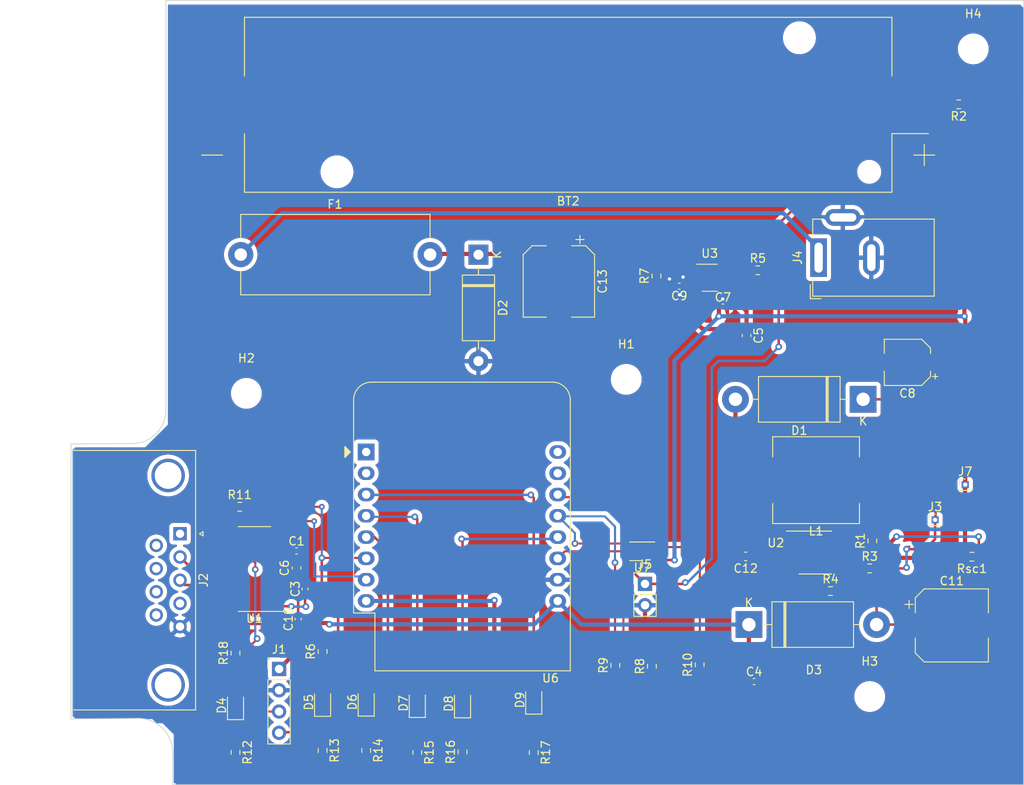
<source format=kicad_pcb>
(kicad_pcb (version 20221018) (generator pcbnew)
  (layers (0 "F.Cu" signal) (31 "B.Cu" signal) (34 "B.Paste" user) (35 "F.Paste" user) (36 "B.SilkS" user "B.Silkscreen") (37 "F.SilkS" user "F.Silkscreen") (38 "B.Mask" user) (39 "F.Mask" user) (44 "Edge.Cuts" user))
  (net 0 "")
  (net 1 "Net-(BT2-+)")
  (net 2 "GND")
  (net 3 "Net-(U1-VS-)")
  (net 4 "Net-(U1-C1+)")
  (net 5 "Net-(U1-C1-)")
  (net 6 "/5V")
  (net 7 "/V_DC_in")
  (net 8 "Net-(U1-C2+)")
  (net 9 "Net-(U1-C2-)")
  (net 10 "/V_bat")
  (net 11 "Net-(U1-VS+)")
  (net 12 "Net-(D1-K)")
  (net 13 "Net-(U2-TC)")
  (net 14 "Net-(D1-A)")
  (net 15 "Net-(D4-K)")
  (net 16 "Net-(D4-A)")
  (net 17 "Net-(D5-K)")
  (net 18 "Net-(D5-A)")
  (net 19 "Net-(D6-K)")
  (net 20 "Net-(D6-A)")
  (net 21 "Net-(D7-K)")
  (net 22 "Net-(D7-A)")
  (net 23 "Net-(D8-K)")
  (net 24 "Net-(D8-A)")
  (net 25 "Net-(D9-K)")
  (net 26 "Net-(D9-A)")
  (net 27 "Net-(F1-Pad1)")
  (net 29 "Net-(U1-T1OUT)")
  (net 30 "Net-(U1-R1IN)")
  (net 36 "Net-(U2-Ipk)")
  (net 37 "Net-(U2-DC)")
  (net 38 "Net-(U2-Vfb)")
  (net 39 "Net-(U3-PROG)")
  (net 40 "Net-(U3-ON{slash}OFF)")
  (net 41 "+3.3V")
  (net 42 "Net-(U6-D4)")
  (net 43 "Net-(U6-SDA{slash}D2)")
  (net 44 "Net-(U6-SCL{slash}D1)")
  (net 45 "Net-(U1-R1OUT)")
  (footprint "Capacitor_SMD:C_0603_1608Metric" (layer "F.Cu") (at 164.9 63 -90)
    (fp_text reference "C5")
    (fp_text value "1uF")
  )
  (footprint "LED_SMD:LED_0805_2012Metric" (layer "F.Cu") (at 119.5 106.74 90)
    (fp_text reference "D6")
    (fp_text value "LED")
  )
  (footprint "Resistor_SMD:R_0603_1608Metric" (layer "F.Cu") (at 103.9 112.7505 -90)
    (fp_text reference "R12")
    (fp_text value "470_1%")
  )
  (footprint "Resistor_SMD:R_0603_1608Metric" (layer "F.Cu") (at 139.5 112.774 -90)
    (fp_text reference "R17")
    (fp_text value "470_1%")
  )
  (footprint "Resistor_SMD:R_0603_1608Metric" (layer "F.Cu") (at 154.15 55.887 90)
    (fp_text reference "R7")
    (fp_text value "0R_1%")
  )
  (footprint "Resistor_SMD:R_0603_1608Metric" (layer "F.Cu") (at 125.6 112.76 -90)
    (fp_text reference "R15")
    (fp_text value "470_1%")
  )
  (footprint "Resistor_SMD:R_0603_1608Metric" (layer "F.Cu") (at 149.241 102.363 90)
    (fp_text reference "R9")
    (fp_text value "2,2k")
  )
  (footprint "Package_DFN_QFN:DFN-6-1EP_3x2mm_P0.5mm_EP1.65x1.35mm" (layer "F.Cu") (at 152.445 88.752 180)
    (fp_text reference "U7")
    (fp_text value "LTC2942")
  )
  (footprint "Diode_THT:D_DO-201AD_P15.24mm_Horizontal" (layer "F.Cu") (at 165.18 97.5)
    (fp_text reference "D3")
    (fp_text value "1N5822")
  )
  (footprint "Capacitor_SMD:C_0603_1608Metric" (layer "F.Cu") (at 164.801 89.366 180)
    (fp_text reference "C12")
    (fp_text value "180pF")
  )
  (footprint "Package_SO:SOIC-16_3.9x9.9mm_P1.27mm" (layer "F.Cu") (at 106.172 90.867 180)
    (fp_text reference "U1")
    (fp_text value "MAX232")
  )
  (footprint "Resistor_SMD:R_0603_1608Metric" (layer "F.Cu") (at 103.9 100.9 90)
    (fp_text reference "R18")
    (fp_text value "10k_1%")
  )
  (footprint "Battery:BatteryHolder_Keystone_1042_1x18650" (layer "F.Cu") (at 143.6116 35.4584 180)
    (fp_text reference "BT2")
    (fp_text value "Li_ion_Battery_Cell")
  )
  (footprint "Module:WEMOS_D1_mini_light" (layer "F.Cu") (at 119.5 76.9)
    (fp_text reference "U6")
    (fp_text value "WeMos_D1_mini")
  )
  (footprint "LED_SMD:LED_0805_2012Metric" (layer "F.Cu") (at 131 106.94 90)
    (fp_text reference "D8")
    (fp_text value "LED")
  )
  (footprint "Resistor_SMD:R_0603_1608Metric" (layer "F.Cu") (at 159.3 102.3 90)
    (fp_text reference "R10")
    (fp_text value "2,2k")
  )
  (footprint "Inductor_SMD:L_Vishay_IHLP-4040" (layer "F.Cu") (at 173.2 80.264 180)
    (fp_text reference "L1")
    (fp_text value "7.5uH")
  )
  (footprint "Capacitor_SMD:C_0402_1005Metric" (layer "F.Cu") (at 112.203 93.252 90)
    (fp_text reference "C3")
    (fp_text value "100nF")
  )
  (footprint "LED_SMD:LED_0805_2012Metric" (layer "F.Cu") (at 139.5 106.5025 90)
    (fp_text reference "D9")
    (fp_text value "LED")
  )
  (footprint "Connector_PinHeader_1.00mm:PinHeader_1x01_P1.00mm_Vertical" (layer "F.Cu") (at 187.4 85)
    (fp_text reference "J3")
    (fp_text value "5V5")
  )
  (footprint "Capacitor_SMD:C_0402_1005Metric" (layer "F.Cu") (at 156.87 57.112 180)
    (fp_text reference "C9")
    (fp_text value "100nF")
  )
  (footprint "Resistor_SMD:R_0603_1608Metric" (layer "F.Cu") (at 166.25 55.212)
    (fp_text reference "R5")
    (fp_text value "1k65_1%")
  )
  (footprint "Capacitor_SMD:C_0402_1005Metric" (layer "F.Cu") (at 111.187 88.708)
    (fp_text reference "C1")
    (fp_text value "100nF")
  )
  (footprint "Connector_PinHeader_2.54mm:PinHeader_1x04_P2.54mm_Vertical" (layer "F.Cu") (at 109.1 102.8)
    (fp_text reference "J1")
    (fp_text value "Conn_01x04_Socket")
  )
  (footprint "MountingHole:MountingHole_3.2mm_M3" (layer "F.Cu") (at 191.96 28.79)
    (fp_text reference "H4")
    (fp_text value "MountingHole")
  )
  (footprint "Capacitor_SMD:C_0402_1005Metric" (layer "F.Cu") (at 162.08 59.6)
    (fp_text reference "C7")
    (fp_text value "100nF")
  )
  (footprint "Resistor_SMD:R_0603_1608Metric" (layer "F.Cu") (at 114.296 112.5285 -90)
    (fp_text reference "R13")
    (fp_text value "470_1%")
  )
  (footprint "Resistor_SMD:R_0603_1608Metric" (layer "F.Cu") (at 153.6 102.475 90)
    (fp_text reference "R8")
    (fp_text value "2,2k")
  )
  (footprint "Diode_THT:D_DO-201AD_P15.24mm_Horizontal" (layer "F.Cu") (at 178.816 70.612 180)
    (fp_text reference "D1")
    (fp_text value "1N5822")
  )
  (footprint "Capacitor_SMD:CP_Elec_8x10" (layer "F.Cu") (at 142.5 56.5425 -90)
    (fp_text reference "C13")
    (fp_text value "4,7uF")
  )
  (footprint "Package_TO_SOT_SMD:SOT-23-5_HandSoldering" (layer "F.Cu") (at 160.5 56.1)
    (fp_text reference "U3")
    (fp_text value "LTC4057ES5-4.2_TRMPBF")
  )
  (footprint "LED_SMD:LED_0805_2012Metric" (layer "F.Cu") (at 114.296 106.765 90)
    (fp_text reference "D5")
    (fp_text value "LED")
  )
  (footprint "Connector_PinHeader_2.54mm:PinHeader_1x02_P2.54mm_Vertical" (layer "F.Cu") (at 152.78 92.645)
    (fp_text reference "J5")
    (fp_text value "Conn_01x02_Pin")
  )
  (footprint "LED_SMD:LED_0805_2012Metric" (layer "F.Cu") (at 103.9 107.1625 90)
    (fp_text reference "D4")
    (fp_text value "LED")
  )
  (footprint "Resistor_SMD:R_0603_1608Metric" (layer "F.Cu") (at 190.225 35.4 180)
    (fp_text reference "R2")
    (fp_text value "100m_1%")
  )
  (footprint "Resistor_SMD:R_0603_1608Metric" (layer "F.Cu") (at 119.5 112.519 -90)
    (fp_text reference "R14")
    (fp_text value "470_1%")
  )
  (footprint "LED_SMD:LED_0805_2012Metric" (layer "F.Cu") (at 125.6 106.9025 90)
    (fp_text reference "D7")
    (fp_text value "LED")
  )
  (footprint "Capacitor_SMD:C_0603_1608Metric" (layer "F.Cu") (at 111.187 90.74 90)
    (fp_text reference "C6")
    (fp_text value "1uF")
  )
  (footprint "Connector_Dsub:DSUB-9_Male_Horizontal_P2.77x2.84mm_EdgePinOffset9.90mm_Housed_MountingHolesOffset11.32mm" (layer "F.Cu") (at 97.279531 86.6632 -90)
    (fp_text reference "J2")
    (fp_text value "DE9_Plug")
  )
  (footprint "Resistor_SMD:R_0603_1608Metric" (layer "F.Cu") (at 179.92 87.5 90)
    (fp_text reference "R1")
    (fp_text value "220_1%")
  )
  (footprint "Resistor_SMD:R_0603_1608Metric" (layer "F.Cu") (at 191.8 89.4 180)
    (fp_text reference "Rsc1")
    (fp_text value "1,18_1%")
  )
  (footprint "Resistor_SMD:R_0603_1608Metric" (layer "F.Cu") (at 179.6 90.8)
    (fp_text reference "R3")
    (fp_text value "47k_1%")
  )
  (footprint "Diode_THT:D_DO-15_P12.70mm_Horizontal" (layer "F.Cu") (at 132.9 53.35 -90)
    (fp_text reference "D2")
    (fp_text value "SA6.0A")
  )
  (footprint "MountingHole:MountingHole_3.2mm_M3" (layer "F.Cu") (at 179.6 106.09)
    (fp_text reference "H3")
    (fp_text value "MountingHole")
  )
  (footprint "MountingHole:MountingHole_3.2mm_M3" (layer "F.Cu") (at 105.2 69.9)
    (fp_text reference "H2")
    (fp_text value "MountingHole")
  )
  (footprint "Package_SO:SOP-8_3.9x4.9mm_P1.27mm" (layer "F.Cu") (at 173.12 88.9)
    (fp_text reference "U2")
    (fp_text value "MC34063AD")
  )
  (footprint "Resistor_SMD:R_0603_1608Metric" (layer "F.Cu") (at 131 112.7035 90)
    (fp_text reference "R16")
    (fp_text value "470_1%")
  )
  (footprint "Capacitor_SMD:CP_Elec_5x5.4" (layer "F.Cu") (at 184.1 66.2 180)
    (fp_text reference "C8")
    (fp_text value "100uF/16V")
  )
  (footprint "MountingHole:MountingHole_3.2mm_M3" (layer "F.Cu") (at 150.54 68.23)
    (fp_text reference "H1")
    (fp_text value "MountingHole")
  )
  (footprint "Resistor_SMD:R_0603_1608Metric" (layer "F.Cu") (at 174.92 93.5)
    (fp_text reference "R4")
    (fp_text value "15k_1%")
  )
  (footprint "Connector_BarrelJack:BarrelJack_GCT_DCJ200-10-A_Horizontal" (layer "F.Cu") (at 173.5 53.7 90)
    (fp_text reference "J4")
    (fp_text value "Barrel_Jack_Switch_Pin3Ring")
  )
  (footprint "Capacitor_SMD:CP_Elec_8x10.5" (layer "F.Cu") (at 189.4 97.6)
    (fp_text reference "C11")
    (fp_text value "220uF/16V")
  )
  (footprint "Capacitor_SMD:C_0402_1005Metric" (layer "F.Cu") (at 165.8 104.3)
    (fp_text reference "C4")
    (fp_text value "100nF")
  )
  (footprint "Resistor_SMD:R_0603_1608Metric" (layer "F.Cu") (at 114.3 100.7125 90)
    (fp_text reference "R6")
    (fp_text value "10k_1%")
  )
  (footprint "Fuse:Fuseholder_Cylinder-5x20mm_Stelvio-Kontek_PTF78_Horizontal_Open" (layer "F.Cu") (at 104.524 53.34)
    (fp_text reference "F1")
    (fp_text value "2A")
  )
  (footprint "Resistor_SMD:R_0603_1608Metric" (layer "F.Cu") (at 104.4 83.44)
    (fp_text reference "R11")
    (fp_text value "5,6K_1%")
  )
  (footprint "Connector_PinHeader_1.00mm:PinHeader_1x01_P1.00mm_Vertical" (layer "F.Cu") (at 191 80.8)
    (fp_text reference "J7")
    (fp_text value "Conn_01x01_Pin")
  )
  (footprint "Capacitor_SMD:C_0402_1005Metric" (layer "F.Cu") (at 111.38 96.84 90)
    (fp_text reference "C10")
    (fp_text value "100nF")
  )
  (gr_line (start 197.98 23) (end 197.97 116.62) (stroke (width 0.1)) (layer "Edge.Cuts"))
  (gr_arc (start 92.33 108.7) (mid 95.221209 109.910004) (end 96.41 112.81) (stroke (width 0.1)) (layer "Edge.Cuts"))
  (gr_line (start 84.275 75.94) (end 84.275 108.76) (stroke (width 0.1)) (layer "Edge.Cuts"))
  (gr_line (start 91.6 75.9) (end 84.275 75.94) (stroke (width 0.1)) (layer "Edge.Cuts"))
  (gr_line (start 197.98 23) (end 95.6 23) (stroke (width 0.1)) (layer "Edge.Cuts"))
  (gr_line (start 96.41 116.62) (end 197.97 116.62) (stroke (width 0.1)) (layer "Edge.Cuts"))
  (gr_line (start 95.6 23) (end 95.6 71.8) (stroke (width 0.1)) (layer "Edge.Cuts"))
  (gr_line (start 96.41 112.81) (end 96.41 116.62) (stroke (width 0.1)) (layer "Edge.Cuts"))
  (gr_arc (start 95.6 71.8) (mid 94.449138 74.678427) (end 91.6 75.9) (stroke (width 0.1)) (layer "Edge.Cuts"))
  (gr_line (start 92.33 108.7) (end 84.275 108.76) (stroke (width 0.1)) (layer "Edge.Cuts"))
  (segment (start 152.78 92.645) (end 157.415 92.645) (width 0.3) (layer "F.Cu") (net 1))
  (segment (start 168.74 64.34) (end 168.74 49.66) (width 0.3) (layer "F.Cu") (net 1))
  (segment (start 157.415 92.645) (end 157.58 92.48) (width 0.3) (layer "F.Cu") (net 1))
  (segment (start 151.0075 90.8725) (end 152.78 92.645) (width 0.3) (layer "F.Cu") (net 1))
  (segment (start 151.0075 89.252) (end 151.0075 90.8725) (width 0.3) (layer "F.Cu") (net 1))
  (segment (start 168.74 49.66) (end 182.9416 35.4584) (width 0.3) (layer "F.Cu") (net 1))
  (segment (start 183 35.4) (end 182.9416 35.4584) (width 0.5) (layer "F.Cu") (net 1))
  (segment (start 189.4 35.4) (end 183 35.4) (width 0.5) (layer "F.Cu") (net 1))
  (via (at 157.58 92.48) (size 0.8) (drill 0.4) (layers "F.Cu" "B.Cu") (net 1))
  (via (at 168.74 64.34) (size 0.8) (drill 0.4) (layers "F.Cu" "B.Cu") (net 1))
  (segment (start 157.58 92.48) (end 157.85 92.48) (width 0.3) (layer "B.Cu") (net 1))
  (segment (start 167.04 66.04) (end 168.74 64.34) (width 0.3) (layer "B.Cu") (net 1))
  (segment (start 161.544 66.04) (end 167.04 66.04) (width 0.3) (layer "B.Cu") (net 1))
  (segment (start 160.75 66.834) (end 161.544 66.04) (width 0.3) (layer "B.Cu") (net 1))
  (segment (start 157.85 92.48) (end 160.75 89.58) (width 0.3) (layer "B.Cu") (net 1))
  (segment (start 160.75 89.58) (end 160.75 66.834) (width 0.3) (layer "B.Cu") (net 1))
  (via (at 156.9 58.13) (size 0.8) (drill 0.4) (layers "F.Cu" "B.Cu") (net 2))
  (via (at 157.32 56.02) (size 0.8) (drill 0.4) (layers "F.Cu" "B.Cu") (net 2))
  (via (at 155.7 56.25) (size 0.8) (drill 0.4) (layers "F.Cu" "B.Cu") (net 2))
  (via (at 162.06 58.63) (size 0.8) (drill 0.4) (layers "F.Cu" "B.Cu") (net 2))
  (segment (start 110.453 88.962) (end 110.707 88.708) (width 0.25) (layer "F.Cu") (net 3))
  (segment (start 108.647 88.962) (end 110.453 88.962) (width 0.25) (layer "F.Cu") (net 3))
  (segment (start 112.203 93.732) (end 112.203 95.263) (width 0.3) (layer "F.Cu") (net 4))
  (segment (start 110.532 95.312) (end 108.647 95.312) (width 0.3) (layer "F.Cu") (net 4))
  (segment (start 112.203 95.263) (end 112.3 95.36) (width 0.3) (layer "F.Cu") (net 4))
  (segment (start 110.56 95.34) (end 110.532 95.312) (width 0.3) (layer "F.Cu") (net 4))
  (via (at 112.3 95.36) (size 0.8) (drill 0.4) (layers "F.Cu" "B.Cu") (net 4))
  (via (at 110.56 95.34) (size 0.8) (drill 0.4) (layers "F.Cu" "B.Cu") (net 4))
  (segment (start 112.3 95.36) (end 110.58 95.36) (width 0.3) (layer "B.Cu") (net 4))
  (segment (start 110.58 95.36) (end 110.56 95.34) (width 0.3) (layer "B.Cu") (net 4))
  (segment (start 108.647 92.772) (end 112.203 92.772) (width 0.25) (layer "F.Cu") (net 5))
  (segment (start 114.95 97.32) (end 115.1 97.47) (width 0.5) (layer "F.Cu") (net 6))
  (segment (start 165.18 104.16) (end 165.32 104.3) (width 0.5) (layer "F.Cu") (net 6))
  (segment (start 105.6 97.32) (end 111.38 97.32) (width 0.5) (layer "F.Cu") (net 6))
  (segment (start 111.38 97.32) (end 111.38 100.52) (width 0.5) (layer "F.Cu") (net 6))
  (segment (start 103.697 95.417) (end 105.6 97.32) (width 0.5) (layer "F.Cu") (net 6))
  (segment (start 165.18 97.5) (end 165.18 104.16) (width 0.5) (layer "F.Cu") (net 6))
  (segment (start 103.697 95.312) (end 103.697 95.417) (width 0.5) (layer "F.Cu") (net 6))
  (segment (start 111.38 97.32) (end 114.95 97.32) (width 0.5) (layer "F.Cu") (net 6))
  (segment (start 111.38 100.52) (end 109.1 102.8) (width 0.5) (layer "F.Cu") (net 6))
  (via (at 115.1 97.47) (size 0.8) (drill 0.4) (layers "F.Cu" "B.Cu") (net 6))
  (segment (start 139.57 97.47) (end 115.1 97.47) (width 0.5) (layer "B.Cu") (net 6))
  (segment (start 165.18 97.5) (end 145.18 97.5) (width 0.5) (layer "B.Cu") (net 6))
  (segment (start 145.18 97.5) (end 142.36 94.68) (width 0.5) (layer "B.Cu") (net 6))
  (segment (start 142.36 94.68) (end 139.57 97.47) (width 0.5) (layer "B.Cu") (net 6))
  (segment (start 159.663 62.225) (end 164.9 62.225) (width 0.5) (layer "F.Cu") (net 7))
  (segment (start 154.15 56.712) (end 159.663 62.225) (width 0.5) (layer "F.Cu") (net 7))
  (segment (start 127.202 53.262) (end 127.124 53.34) (width 0.5) (layer "F.Cu") (net 7))
  (segment (start 150.7 53.262) (end 154.15 56.712) (width 0.5) (layer "F.Cu") (net 7))
  (segment (start 164.9 60.1) (end 164.9 62.225) (width 0.5) (layer "F.Cu") (net 7))
  (segment (start 150.7 53.262) (end 127.202 53.262) (width 0.5) (layer "F.Cu") (net 7))
  (segment (start 161.85 57.05) (end 164.9 60.1) (width 0.5) (layer "F.Cu") (net 7))
  (segment (start 108.647 91.502) (end 111.174 91.502) (width 0.3) (layer "F.Cu") (net 8))
  (segment (start 111.174 91.502) (end 111.187 91.515) (width 0.3) (layer "F.Cu") (net 8))
  (segment (start 108.647 90.232) (end 111.161 90.232) (width 0.3) (layer "F.Cu") (net 9))
  (segment (start 156.3 89.8) (end 154.4305 89.8) (width 0.3) (layer "F.Cu") (net 10))
  (segment (start 190.9 35.55) (end 191.05 35.4) (width 0.5) (layer "F.Cu") (net 10))
  (segment (start 190.84 89.535) (end 190.975 89.4) (width 0.5) (layer "F.Cu") (net 10))
  (segment (start 161.6 59.6) (end 161.6 60.7) (width 0.5) (layer "F.Cu") (net 10))
  (segment (start 191 60.8) (end 191 66.2) (width 0.5) (layer "F.Cu") (net 10))
  (segment (start 190.975 89.4) (end 190.975 80.825) (width 0.5) (layer "F.Cu") (net 10))
  (segment (start 154.4305 89.8) (end 153.8825 89.252) (width 0.3) (layer "F.Cu") (net 10))
  (segment (start 190.9 60.7) (end 190.9 35.55) (width 0.5) (layer "F.Cu") (net 10))
  (segment (start 190.9 60.7) (end 191 60.8) (width 0.5) (layer "F.Cu") (net 10))
  (segment (start 161.6 59.6) (end 159.15 57.15) (width 0.5) (layer "F.Cu") (net 10))
  (segment (start 190.975 80.825) (end 191 80.8) (width 0.5) (layer "F.Cu") (net 10))
  (segment (start 186.3 66.2) (end 191 66.2) (width 0.5) (layer "F.Cu") (net 10))
  (segment (start 175.745 89.535) (end 190.84 89.535) (width 0.5) (layer "F.Cu") (net 10))
  (segment (start 157.412 57.05) (end 157.35 57.112) (width 0.5) (layer "F.Cu") (net 10))
  (segment (start 191 80.8) (end 191 66.2) (width 0.5) (layer "F.Cu") (net 10))
  (segment (start 159.15 57.05) (end 157.412 57.05) (width 0.5) (layer "F.Cu") (net 10))
  (via (at 156.3 89.8) (size 0.8) (drill 0.4) (layers "F.Cu" "B.Cu") (net 10))
  (via (at 161.6 60.7) (size 0.8) (drill 0.4) (layers "F.Cu" "B.Cu") (net 10))
  (via (at 190.9 60.7) (size 0.8) (drill 0.4) (layers "F.Cu" "B.Cu") (net 10))
  (segment (start 156.3 66) (end 161.6 60.7) (width 0.5) (layer "B.Cu") (net 10))
  (segment (start 190.9 60.7) (end 161.6 60.7) (width 0.5) (layer "B.Cu") (net 10))
  (segment (start 156.3 89.8) (end 156.3 66) (width 0.5) (layer "B.Cu") (net 10))
  (segment (start 111.38 94.63) (end 110.792 94.042) (width 0.3) (layer "F.Cu") (net 11))
  (segment (start 110.792 94.042) (end 108.647 94.042) (width 0.3) (layer "F.Cu") (net 11))
  (segment (start 111.38 96.36) (end 111.38 94.63) (width 0.3) (layer "F.Cu") (net 11))
  (segment (start 180.425 97.495) (end 180.42 97.5) (width 0.3) (layer "F.Cu") (net 12))
  (segment (start 187.4 85) (end 187.4 87.3) (width 0.3) (layer "F.Cu") (net 12))
  (segment (start 187.452 84.948) (end 187.452 72.644) (width 0.3) (layer "F.Cu") (net 12))
  (segment (start 183.9 90.8) (end 180.425 90.8) (width 0.3) (layer "F.Cu") (net 12))
  (segment (start 180.42 97.5) (end 185.6 97.5) (width 0.3) (layer "F.Cu") (net 12))
  (segment (start 185.42 70.612) (end 178.816 70.612) (width 0.3) (layer "F.Cu") (net 12))
  (segment (start 187.4 85) (end 187.452 84.948) (width 0.3) (layer "F.Cu") (net 12))
  (segment (start 186.2 88.5) (end 184 88.5) (width 0.3) (layer "F.Cu") (net 12))
  (segment (start 187.452 72.644) (end 185.42 70.612) (width 0.3) (layer "F.Cu") (net 12))
  (segment (start 184.3 88.2) (end 184 88.5) (width 0.3) (layer "F.Cu") (net 12))
  (segment (start 187.4 87.3) (end 186.2 88.5) (width 0.3) (layer "F.Cu") (net 12))
  (segment (start 185.6 97.5) (end 185.7 97.6) (width 0.3) (layer "F.Cu") (net 12))
  (segment (start 184 90.7) (end 183.9 90.8) (width 0.3) (layer "F.Cu") (net 12))
  (segment (start 180.425 90.8) (end 180.425 97.495) (width 0.3) (layer "F.Cu") (net 12))
  (via (at 184 88.5) (size 0.8) (drill 0.4) (layers "F.Cu" "B.Cu") (net 12))
  (via (at 184 90.7) (size 0.8) (drill 0.4) (layers "F.Cu" "B.Cu") (net 12))
  (segment (start 184 88.5) (end 184 90.7) (width 0.3) (layer "B.Cu") (net 12))
  (segment (start 170.495 89.535) (end 165.745 89.535) (width 0.25) (layer "F.Cu") (net 13))
  (segment (start 165.745 89.535) (end 165.576 89.366) (width 0.25) (layer "F.Cu") (net 13))
  (segment (start 170.495 86.995) (end 170.495 82.0665) (width 0.5) (layer "F.Cu") (net 14))
  (segment (start 163.576 70.612) (end 163.576 75.1475) (width 0.5) (layer "F.Cu") (net 14))
  (segment (start 163.576 75.1475) (end 168.6925 80.264) (width 0.5) (layer "F.Cu") (net 14))
  (segment (start 170.495 82.0665) (end 168.6925 80.264) (width 0.5) (layer "F.Cu") (net 14))
  (segment (start 103.9 108.1) (end 103.9 111.9255) (width 0.25) (layer "F.Cu") (net 15))
  (segment (start 106.49 99.18) (end 106.49 99.2225) (width 0.25) (layer "F.Cu") (net 16))
  (segment (start 103.9 101.8125) (end 103.9 106.225) (width 0.25) (layer "F.Cu") (net 16))
  (segment (start 105.062 88.962) (end 103.697 88.962) (width 0.25) (layer "F.Cu") (net 16))
  (segment (start 102.032 88.962) (end 103.697 88.962) (width 0.25) (layer "F.Cu") (net 16))
  (segment (start 105.555 107.88) (end 109.1 107.88) (width 0.25) (layer "F.Cu") (net 16))
  (segment (start 103.9 106.225) (end 105.555 107.88) (width 0.25) (layer "F.Cu") (net 16))
  (segment (start 106.26 90.16) (end 105.062 88.962) (width 0.25) (layer "F.Cu") (net 16))
  (segment (start 101.854 85.152) (end 101.854 88.784) (width 0.25) (layer "F.Cu") (net 16))
  (segment (start 113.284 85.152) (end 101.854 85.152) (width 0.25) (layer "F.Cu") (net 16))
  (segment (start 101.854 88.784) (end 102.032 88.962) (width 0.25) (layer "F.Cu") (net 16))
  (segment (start 106.26 90.16) (end 106.26 90.92) (width 0.25) (layer "F.Cu") (net 16))
  (segment (start 106.49 99.2225) (end 103.9 101.8125) (width 0.25) (layer "F.Cu") (net 16))
  (via (at 106.26 90.92) (size 0.8) (drill 0.4) (layers "F.Cu" "B.Cu") (net 16))
  (via (at 113.284 85.152) (size 0.7) (drill 0.3) (layers "F.Cu" "B.Cu") (net 16))
  (via (at 106.49 99.18) (size 0.8) (drill 0.4) (layers "F.Cu" "B.Cu") (net 16))
  (segment (start 113.284 91.756) (end 119.116 91.756) (width 0.25) (layer "B.Cu") (net 16))
  (segment (start 106.26 90.92) (end 106.26 98.95) (width 0.25) (layer "B.Cu") (net 16))
  (segment (start 106.26 98.95) (end 106.49 99.18) (width 0.25) (layer "B.Cu") (net 16))
  (segment (start 119.116 91.756) (end 119.5 92.14) (width 0.25) (layer "B.Cu") (net 16))
  (segment (start 113.284 85.152) (end 113.284 91.756) (width 0.25) (layer "B.Cu") (net 16))
  (segment (start 114.296 107.7025) (end 114.296 111.7035) (width 0.25) (layer "F.Cu") (net 17))
  (segment (start 114.3 101.625) (end 114.3 105.8235) (width 0.3) (layer "F.Cu") (net 18))
  (segment (start 116.15 96.21) (end 114.2 94.26) (width 0.3) (layer "F.Cu") (net 18))
  (segment (start 116.15 99.775) (end 116.15 96.21) (width 0.3) (layer "F.Cu") (net 18))
  (segment (start 114.3 105.8235) (end 114.296 105.8275) (width 0.3) (layer "F.Cu") (net 18))
  (segment (start 112.25 108.96) (end 110.86 110.35) (width 0.3) (layer "F.Cu") (net 18))
  (segment (start 114.2 94.26) (end 114.2 89.54) (width 0.3) (layer "F.Cu") (net 18))
  (segment (start 114.2 83.44) (end 105.225 83.44) (width 0.25) (layer "F.Cu") (net 18))
  (segment (start 114.2 89.54) (end 119.44 89.54) (width 0.25) (layer "F.Cu") (net 18))
  (segment (start 119.44 89.54) (end 119.5 89.6) (width 0.25) (layer "F.Cu") (net 18))
  (segment (start 112.25 107.8735) (end 114.296 105.8275) (width 0.3) (layer "F.Cu") (net 18))
  (segment (start 109.17 110.35) (end 109.1 110.42) (width 0.3) (layer "F.Cu") (net 18))
  (segment (start 112.25 107.8735) (end 112.25 108.96) (width 0.3) (layer "F.Cu") (net 18))
  (segment (start 114.3 101.625) (end 116.15 99.775) (width 0.3) (layer "F.Cu") (net 18))
  (segment (start 110.86 110.35) (end 109.17 110.35) (width 0.3) (layer "F.Cu") (net 18))
  (via (at 114.2 83.44) (size 0.7) (drill 0.3) (layers "F.Cu" "B.Cu") (net 18))
  (via (at 114.2 89.54) (size 0.8) (drill 0.4) (layers "F.Cu" "B.Cu") (net 18))
  (segment (start 114.2 89.54) (end 114.2 83.44) (width 0.25) (layer "B.Cu") (net 18))
  (segment (start 119.5 107.6775) (end 119.5 111.694) (width 0.25) (layer "F.Cu") (net 19))
  (segment (start 122.09 103.2125) (end 122.09 88.66) (width 0.3) (layer "F.Cu") (net 20))
  (segment (start 122.09 88.66) (end 120.49 87.06) (width 0.3) (layer "F.Cu") (net 20))
  (segment (start 120.49 87.06) (end 119.5 87.06) (width 0.3) (layer "F.Cu") (net 20))
  (segment (start 119.5 105.8025) (end 122.09 103.2125) (width 0.3) (layer "F.Cu") (net 20))
  (segment (start 125.6 107.84) (end 125.6 111.935) (width 0.25) (layer "F.Cu") (net 21))
  (segment (start 125.6 105.965) (end 125.6 84.94) (width 0.3) (layer "F.Cu") (net 22))
  (segment (start 125.6 84.94) (end 125.3 84.64) (width 0.3) (layer "F.Cu") (net 22))
  (via (at 125.3 84.64) (size 0.8) (drill 0.4) (layers "F.Cu" "B.Cu") (net 22))
  (segment (start 119.62 84.64) (end 119.5 84.52) (width 0.25) (layer "B.Cu") (net 22))
  (segment (start 125.3 84.64) (end 119.62 84.64) (width 0.25) (layer "B.Cu") (net 22))
  (segment (start 131 107.8775) (end 131 111.8785) (width 0.25) (layer "F.Cu") (net 23))
  (segment (start 130.89 87.28) (end 131 87.39) (width 0.3) (layer "F.Cu") (net 24))
  (segment (start 131 87.39) (end 131 106.0025) (width 0.3) (layer "F.Cu") (net 24))
  (via (at 130.89 87.28) (size 0.8) (drill 0.4) (layers "F.Cu" "B.Cu") (net 24))
  (segment (start 142.36 87.06) (end 142.14 87.28) (width 0.3) (layer "B.Cu") (net 24))
  (segment (start 142.14 87.28) (end 130.89 87.28) (width 0.3) (layer "B.Cu") (net 24))
  (segment (start 139.5 107.44) (end 139.5 111.949) (width 0.25) (layer "F.Cu") (net 25))
  (segment (start 139.5 82.37) (end 139.15 82.02) (width 0.3) (layer "F.Cu") (net 26))
  (segment (start 139.5 105.565) (end 139.5 82.37) (width 0.3) (layer "F.Cu") (net 26))
  (via (at 139.15 82.02) (size 0.8) (drill 0.4) (layers "F.Cu" "B.Cu") (net 26))
  (segment (start 139.15 82.02) (end 119.54 82.02) (width 0.3) (layer "B.Cu") (net 26))
  (segment (start 119.54 82.02) (end 119.5 81.98) (width 0.3) (layer "B.Cu") (net 26))
  (segment (start 169.3 48.4) (end 173.5 52.6) (width 0.5) (layer "B.Cu") (net 27))
  (segment (start 104.524 53.34) (end 109.464 48.4) (width 0.5) (layer "B.Cu") (net 27))
  (segment (start 173.5 52.6) (end 173.5 53.7) (width 0.5) (layer "B.Cu") (net 27))
  (segment (start 109.464 48.4) (end 169.3 48.4) (width 0.5) (layer "B.Cu") (net 27))
  (segment (start 97.848331 92.772) (end 97.279531 92.2032) (width 0.3) (layer "F.Cu") (net 29))
  (segment (start 103.697 92.772) (end 97.848331 92.772) (width 0.3) (layer "F.Cu") (net 29))
  (segment (start 103.697 91.502) (end 99.348331 91.502) (width 0.3) (layer "F.Cu") (net 30))
  (segment (start 99.348331 91.502) (end 97.279531 89.4332) (width 0.3) (layer "F.Cu") (net 30))
  (segment (start 181.5 88.3) (end 175.78 88.3) (width 0.5) (layer "F.Cu") (net 36))
  (segment (start 174.117 88.265) (end 173.736 87.884) (width 0.5) (layer "F.Cu") (net 36))
  (segment (start 175.745 88.265) (end 174.117 88.265) (width 0.5) (layer "F.Cu") (net 36))
  (segment (start 173.736 84.2355) (end 173.736 87.884) (width 0.5) (layer "F.Cu") (net 36))
  (segment (start 177.7075 80.264) (end 173.736 84.2355) (width 0.5) (layer "F.Cu") (net 36))
  (segment (start 192.625 89.4) (end 192.625 87.025) (width 0.3) (layer "F.Cu") (net 36))
  (segment (start 181.5 88.3) (end 182.8 87) (width 0.5) (layer "F.Cu") (net 36))
  (via (at 192.6 87) (size 0.8) (drill 0.4) (layers "F.Cu" "B.Cu") (net 36))
  (via (at 182.8 87) (size 0.8) (drill 0.4) (layers "F.Cu" "B.Cu") (net 36))
  (segment (start 192.6 87) (end 182.8 87) (width 0.3) (layer "B.Cu") (net 36))
  (segment (start 179.6 86.995) (end 179.92 86.675) (width 0.3) (layer "F.Cu") (net 37))
  (segment (start 175.745 86.995) (end 179.6 86.995) (width 0.3) (layer "F.Cu") (net 37))
  (segment (start 178.775 90.8) (end 175.75 90.8) (width 0.3) (layer "F.Cu") (net 38))
  (segment (start 175.745 90.805) (end 175.745 93.5) (width 0.3) (layer "F.Cu") (net 38))
  (segment (start 175.75 90.8) (end 175.745 90.805) (width 0.3) (layer "F.Cu") (net 38))
  (segment (start 165.425 55.212) (end 161.912 55.212) (width 0.25) (layer "F.Cu") (net 39))
  (segment (start 161.912 55.212) (end 161.85 55.15) (width 0.25) (layer "F.Cu") (net 39))
  (segment (start 154.238 55.15) (end 154.15 55.062) (width 0.25) (layer "F.Cu") (net 40))
  (segment (start 159.15 55.15) (end 154.238 55.15) (width 0.25) (layer "F.Cu") (net 40))
  (segment (start 145.75 115.49) (end 137.7 115.49) (width 0.3) (layer "F.Cu") (net 41))
  (segment (start 159.3 103.125) (end 153.775 103.125) (width 0.3) (layer "F.Cu") (net 41))
  (segment (start 133.36925 111.15925) (end 131 113.5285) (width 0.5) (layer "F.Cu") (net 41))
  (segment (start 149.241 103.188) (end 153.488 103.188) (width 0.3) (layer "F.Cu") (net 41))
  (segment (start 149.241 103.188) (end 149.241 111.999) (width 0.3) (layer "F.Cu") (net 41))
  (segment (start 153.775 103.125) (end 153.6 103.3) (width 0.3) (layer "F.Cu") (net 41))
  (segment (start 134.8 109.7285) (end 133.36925 111.15925) (width 0.5) (layer "F.Cu") (net 41))
  (segment (start 134.8 94.6) (end 134.8 109.7285) (width 0.5) (layer "F.Cu") (net 41))
  (segment (start 137.7 115.49) (end 133.36925 111.15925) (width 0.3) (layer "F.Cu") (net 41))
  (segment (start 149.241 111.999) (end 145.75 115.49) (width 0.3) (layer "F.Cu") (net 41))
  (segment (start 153.488 103.188) (end 153.6 103.3) (width 0.3) (layer "F.Cu") (net 41))
  (via (at 134.8 94.6) (size 0.8) (drill 0.4) (layers "F.Cu" "B.Cu") (net 41))
  (segment (start 119.5 94.68) (end 134.72 94.68) (width 0.5) (layer "B.Cu") (net 41))
  (segment (start 134.72 94.68) (end 134.8 94.6) (width 0.5) (layer "B.Cu") (net 41))
  (segment (start 150.2 88.752) (end 150.2 99.921) (width 0.25) (layer "F.Cu") (net 42))
  (segment (start 151.929 101.65) (end 150.2 99.921) (width 0.3) (layer "F.Cu") (net 42))
  (segment (start 153.6 101.65) (end 151.929 101.65) (width 0.3) (layer "F.Cu") (net 42))
  (segment (start 151.0075 88.752) (end 150.2 88.752) (width 0.25) (layer "F.Cu") (net 42))
  (segment (start 143.208 88.752) (end 142.36 89.6) (width 0.25) (layer "F.Cu") (net 42))
  (segment (start 150.2 88.752) (end 143.208 88.752) (width 0.25) (layer "F.Cu") (net 42))
  (segment (start 149.2 90.1) (end 149.2 101.497) (width 0.25) (layer "F.Cu") (net 43))
  (segment (start 151.0075 88.252) (end 150.5775 87.822) (width 0.25) (layer "F.Cu") (net 43))
  (segment (start 149.2 101.497) (end 149.241 101.538) (width 0.25) (layer "F.Cu") (net 43))
  (segment (start 150.5775 87.822) (end 144.415 87.822) (width 0.25) (layer "F.Cu") (net 43))
  (via (at 144.415 87.822) (size 0.8) (drill 0.4) (layers "F.Cu" "B.Cu") (net 43))
  (via (at 149.2 90.1) (size 0.8) (drill 0.4) (layers "F.Cu" "B.Cu") (net 43))
  (segment (start 144.415 87.822) (end 144.415 86.575) (width 0.25) (layer "B.Cu") (net 43))
  (segment (start 149.2 85.8) (end 147.98 84.58) (width 0.25) (layer "B.Cu") (net 43))
  (segment (start 149.2 90.1) (end 149.2 85.8) (width 0.25) (layer "B.Cu") (net 43))
  (segment (start 142.42 84.58) (end 142.36 84.52) (width 0.25) (layer "B.Cu") (net 43))
  (segment (start 147.98 84.58) (end 142.42 84.58) (width 0.25) (layer "B.Cu") (net 43))
  (segment (start 144.415 86.575) (end 142.36 84.52) (width 0.25) (layer "B.Cu") (net 43))
  (segment (start 159.323 88.252) (end 159.323 101.452) (width 0.25) (layer "F.Cu") (net 44))
  (segment (start 153.8825 83.2725) (end 152.9 82.29) (width 0.25) (layer "F.Cu") (net 44))
  (segment (start 153.8825 88.252) (end 153.8825 83.2725) (width 0.25) (layer "F.Cu") (net 44))
  (segment (start 152.9 82.29) (end 142.67 82.29) (width 0.25) (layer "F.Cu") (net 44))
  (segment (start 159.323 101.452) (end 159.3 101.475) (width 0.25) (layer "F.Cu") (net 44))
  (segment (start 153.8825 88.252) (end 159.323 88.252) (width 0.25) (layer "F.Cu") (net 44))
  (segment (start 142.67 82.29) (end 142.36 81.98) (width 0.25) (layer "F.Cu") (net 44))
  (segment (start 100.838 89.724) (end 101.346 90.232) (width 0.25) (layer "F.Cu") (net 45))
  (segment (start 103.575 83.44) (end 100.838 83.44) (width 0.25) (layer "F.Cu") (net 45))
  (segment (start 101.346 90.232) (end 103.697 90.232) (width 0.25) (layer "F.Cu") (net 45))
  (segment (start 100.838 83.44) (end 100.838 89.724) (width 0.25) (layer "F.Cu") (net 45))
  (zone (net 2) (net_name "GND") (layer "F.Cu") (priority 1) (connect_pads (clearance 0.5)) (min_thickness 0.25) (fill yes (thermal_gap 0.5) (thermal_bridge_width 0.5))
    (polygon (pts (xy 197.41 23.55) (xy 96.38 23.55) (xy 96.08 23.85) (xy 96.08 73.77) (xy 93.13 76.72) (xy 85.89 76.72) (xy 84.71 77.9) (xy 84.71 108.04) (xy 94.46 108.04) (xy 96.97 110.55) (xy 96.97 116.01) (xy 197.12 116.01) (xy 197.41 115.72)))
  )
  (zone (net 2) (net_name "GND") (layer "B.Cu") (connect_pads (clearance 0.5)) (min_thickness 0.25) (fill yes (thermal_gap 0.5) (thermal_bridge_width 0.5))
    (polygon (pts (xy 197.56 23.49) (xy 95.89 23.49) (xy 95.83 23.55) (xy 95.83 73.63) (xy 93.12 76.34) (xy 84.78 76.34) (xy 84.46 76.66) (xy 84.46 108.51) (xy 84.51 108.56) (xy 93.76 108.56) (xy 94.26 109.06) (xy 94.99 109.06) (xy 96.53 110.6) (xy 96.53 116.44) (xy 197.74 116.44) (xy 197.78 116.4) (xy 197.78 23.71)))
  )
  (zone (net 2) (net_name "GND") (layer "B.Cu") (connect_pads (clearance 0.5)) (min_thickness 0.25) (fill yes (thermal_gap 0.5) (thermal_bridge_width 0.5))
    (polygon (pts (xy 197.78 23.71) (xy 96.11 23.71) (xy 96.05 23.77) (xy 96.05 73.85) (xy 93.34 76.56) (xy 85 76.56) (xy 84.68 76.88) (xy 84.68 108.73) (xy 84.73 108.78) (xy 93.98 108.78) (xy 94.48 109.28) (xy 95.21 109.28) (xy 96.75 110.82) (xy 96.75 116.66) (xy 197.96 116.66) (xy 198 116.62) (xy 198 23.93)))
  )
)
</source>
